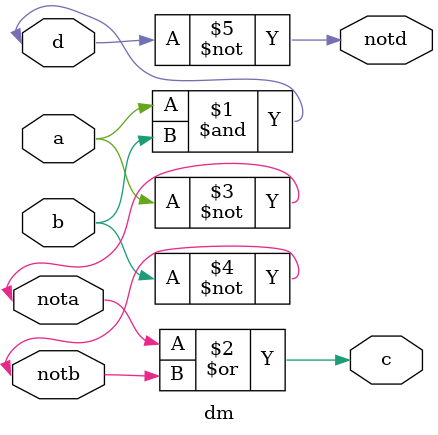
<source format=v>
`timescale 1ns / 1ps

module dm(
    input a,
    input b,
    inout nota,
    inout notb,
    inout d,
    output notd,
    output c
    );

and(d,a,b);
not(nota,a);
not(notb,b);
not(notd,d);
or(c,nota,notb);

endmodule

</source>
